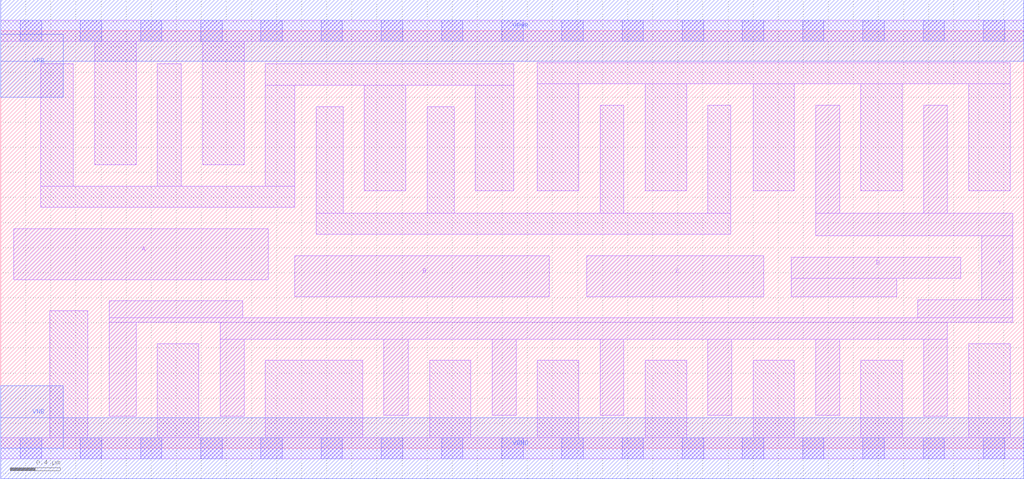
<source format=lef>
# Copyright 2020 The SkyWater PDK Authors
#
# Licensed under the Apache License, Version 2.0 (the "License");
# you may not use this file except in compliance with the License.
# You may obtain a copy of the License at
#
#     https://www.apache.org/licenses/LICENSE-2.0
#
# Unless required by applicable law or agreed to in writing, software
# distributed under the License is distributed on an "AS IS" BASIS,
# WITHOUT WARRANTIES OR CONDITIONS OF ANY KIND, either express or implied.
# See the License for the specific language governing permissions and
# limitations under the License.
#
# SPDX-License-Identifier: Apache-2.0

VERSION 5.5 ;
NAMESCASESENSITIVE ON ;
BUSBITCHARS "[]" ;
DIVIDERCHAR "/" ;
MACRO sky130_fd_sc_lp__nor4_4
  CLASS CORE ;
  SOURCE USER ;
  ORIGIN  0.000000  0.000000 ;
  SIZE  8.160000 BY  3.330000 ;
  SYMMETRY X Y R90 ;
  SITE unit ;
  PIN A
    ANTENNAGATEAREA  1.260000 ;
    DIRECTION INPUT ;
    USE SIGNAL ;
    PORT
      LAYER li1 ;
        RECT 0.105000 1.345000 2.135000 1.750000 ;
    END
  END A
  PIN B
    ANTENNAGATEAREA  1.260000 ;
    DIRECTION INPUT ;
    USE SIGNAL ;
    PORT
      LAYER li1 ;
        RECT 2.345000 1.210000 4.375000 1.535000 ;
    END
  END B
  PIN C
    ANTENNAGATEAREA  1.260000 ;
    DIRECTION INPUT ;
    USE SIGNAL ;
    PORT
      LAYER li1 ;
        RECT 4.675000 1.210000 6.085000 1.535000 ;
    END
  END C
  PIN D
    ANTENNAGATEAREA  1.260000 ;
    DIRECTION INPUT ;
    USE SIGNAL ;
    PORT
      LAYER li1 ;
        RECT 6.305000 1.210000 7.145000 1.355000 ;
        RECT 6.305000 1.355000 7.655000 1.525000 ;
    END
  END D
  PIN Y
    ANTENNADIFFAREA  2.587200 ;
    DIRECTION OUTPUT ;
    USE SIGNAL ;
    PORT
      LAYER li1 ;
        RECT 0.865000 0.255000 1.080000 1.005000 ;
        RECT 0.865000 1.005000 8.070000 1.040000 ;
        RECT 0.865000 1.040000 1.930000 1.175000 ;
        RECT 1.750000 0.255000 1.940000 0.870000 ;
        RECT 1.750000 0.870000 7.550000 1.005000 ;
        RECT 3.055000 0.265000 3.250000 0.870000 ;
        RECT 3.920000 0.265000 4.110000 0.870000 ;
        RECT 4.780000 0.265000 4.970000 0.870000 ;
        RECT 5.640000 0.265000 5.830000 0.870000 ;
        RECT 6.500000 0.265000 6.690000 0.870000 ;
        RECT 6.500000 1.695000 8.070000 1.875000 ;
        RECT 6.500000 1.875000 6.690000 2.735000 ;
        RECT 7.315000 1.040000 8.070000 1.185000 ;
        RECT 7.360000 0.255000 7.550000 0.870000 ;
        RECT 7.360000 1.875000 7.550000 2.735000 ;
        RECT 7.825000 1.185000 8.070000 1.695000 ;
    END
  END Y
  PIN VGND
    DIRECTION INOUT ;
    USE GROUND ;
    PORT
      LAYER met1 ;
        RECT 0.000000 -0.245000 8.160000 0.245000 ;
    END
  END VGND
  PIN VNB
    DIRECTION INOUT ;
    USE GROUND ;
    PORT
      LAYER met1 ;
        RECT 0.000000 0.000000 0.500000 0.500000 ;
    END
  END VNB
  PIN VPB
    DIRECTION INOUT ;
    USE POWER ;
    PORT
      LAYER met1 ;
        RECT 0.000000 2.800000 0.500000 3.300000 ;
    END
  END VPB
  PIN VPWR
    DIRECTION INOUT ;
    USE POWER ;
    PORT
      LAYER met1 ;
        RECT 0.000000 3.085000 8.160000 3.575000 ;
    END
  END VPWR
  OBS
    LAYER li1 ;
      RECT 0.000000 -0.085000 8.160000 0.085000 ;
      RECT 0.000000  3.245000 8.160000 3.415000 ;
      RECT 0.320000  1.920000 2.345000 2.090000 ;
      RECT 0.320000  2.090000 0.580000 3.065000 ;
      RECT 0.390000  0.085000 0.695000 1.095000 ;
      RECT 0.750000  2.260000 1.080000 3.245000 ;
      RECT 1.250000  0.085000 1.580000 0.835000 ;
      RECT 1.250000  2.090000 1.440000 3.065000 ;
      RECT 1.610000  2.260000 1.940000 3.245000 ;
      RECT 2.110000  0.085000 2.885000 0.700000 ;
      RECT 2.110000  2.090000 2.345000 2.895000 ;
      RECT 2.110000  2.895000 4.090000 3.065000 ;
      RECT 2.515000  1.705000 5.820000 1.875000 ;
      RECT 2.515000  1.875000 2.730000 2.725000 ;
      RECT 2.900000  2.055000 3.230000 2.895000 ;
      RECT 3.400000  1.875000 3.615000 2.725000 ;
      RECT 3.420000  0.085000 3.750000 0.700000 ;
      RECT 3.785000  2.055000 4.090000 2.895000 ;
      RECT 4.280000  0.085000 4.610000 0.700000 ;
      RECT 4.280000  2.055000 4.610000 2.905000 ;
      RECT 4.280000  2.905000 8.050000 3.075000 ;
      RECT 4.780000  1.875000 4.970000 2.735000 ;
      RECT 5.140000  0.085000 5.470000 0.700000 ;
      RECT 5.140000  2.055000 5.470000 2.905000 ;
      RECT 5.640000  1.875000 5.820000 2.735000 ;
      RECT 6.000000  0.085000 6.330000 0.700000 ;
      RECT 6.000000  2.055000 6.330000 2.905000 ;
      RECT 6.860000  0.085000 7.190000 0.700000 ;
      RECT 6.860000  2.055000 7.190000 2.905000 ;
      RECT 7.720000  0.085000 8.050000 0.835000 ;
      RECT 7.720000  2.055000 8.050000 2.905000 ;
    LAYER mcon ;
      RECT 0.155000 -0.085000 0.325000 0.085000 ;
      RECT 0.155000  3.245000 0.325000 3.415000 ;
      RECT 0.635000 -0.085000 0.805000 0.085000 ;
      RECT 0.635000  3.245000 0.805000 3.415000 ;
      RECT 1.115000 -0.085000 1.285000 0.085000 ;
      RECT 1.115000  3.245000 1.285000 3.415000 ;
      RECT 1.595000 -0.085000 1.765000 0.085000 ;
      RECT 1.595000  3.245000 1.765000 3.415000 ;
      RECT 2.075000 -0.085000 2.245000 0.085000 ;
      RECT 2.075000  3.245000 2.245000 3.415000 ;
      RECT 2.555000 -0.085000 2.725000 0.085000 ;
      RECT 2.555000  3.245000 2.725000 3.415000 ;
      RECT 3.035000 -0.085000 3.205000 0.085000 ;
      RECT 3.035000  3.245000 3.205000 3.415000 ;
      RECT 3.515000 -0.085000 3.685000 0.085000 ;
      RECT 3.515000  3.245000 3.685000 3.415000 ;
      RECT 3.995000 -0.085000 4.165000 0.085000 ;
      RECT 3.995000  3.245000 4.165000 3.415000 ;
      RECT 4.475000 -0.085000 4.645000 0.085000 ;
      RECT 4.475000  3.245000 4.645000 3.415000 ;
      RECT 4.955000 -0.085000 5.125000 0.085000 ;
      RECT 4.955000  3.245000 5.125000 3.415000 ;
      RECT 5.435000 -0.085000 5.605000 0.085000 ;
      RECT 5.435000  3.245000 5.605000 3.415000 ;
      RECT 5.915000 -0.085000 6.085000 0.085000 ;
      RECT 5.915000  3.245000 6.085000 3.415000 ;
      RECT 6.395000 -0.085000 6.565000 0.085000 ;
      RECT 6.395000  3.245000 6.565000 3.415000 ;
      RECT 6.875000 -0.085000 7.045000 0.085000 ;
      RECT 6.875000  3.245000 7.045000 3.415000 ;
      RECT 7.355000 -0.085000 7.525000 0.085000 ;
      RECT 7.355000  3.245000 7.525000 3.415000 ;
      RECT 7.835000 -0.085000 8.005000 0.085000 ;
      RECT 7.835000  3.245000 8.005000 3.415000 ;
  END
END sky130_fd_sc_lp__nor4_4

</source>
